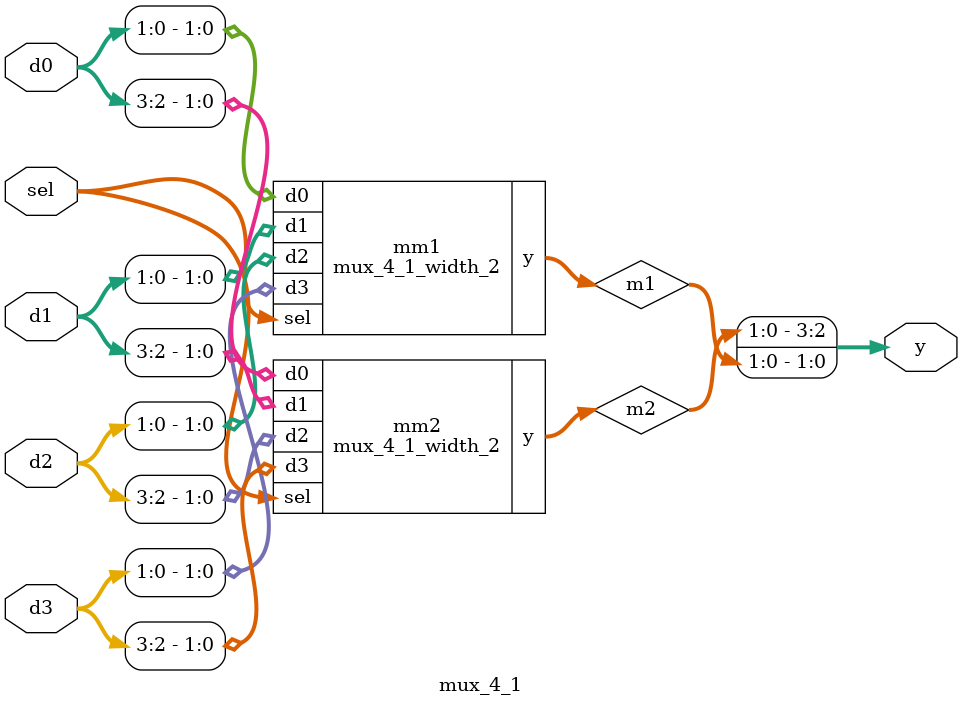
<source format=sv>

module mux_4_1_width_2
(
  input  [1:0] d0, d1, d2, d3,
  input  [1:0] sel,
  output [1:0] y
);

  assign y = sel [1] ? (sel [0] ? d3 : d2)
                     : (sel [0] ? d1 : d0);

endmodule

//----------------------------------------------------------------------------
// Task
//----------------------------------------------------------------------------

module mux_4_1
(
  input  [3:0] d0, d1, d2, d3,
  input  [1:0] sel,
  output [3:0] y
);

  wire [1:0] m1, m2;
  mux_4_1_width_2 mm1 (d0[1:0],d1[1:0],d2[1:0],d3[1:0],sel, m1);
  mux_4_1_width_2 mm2 (d0[3:2],d1[3:2],d2[3:2],d3[3:2],sel, m2);
  assign y = {m2, m1};

  // Task:
  // Implement mux_4_1 with 4-bit data
  // using two instances of mux_4_1_width_2 with 2-bit data


endmodule

</source>
